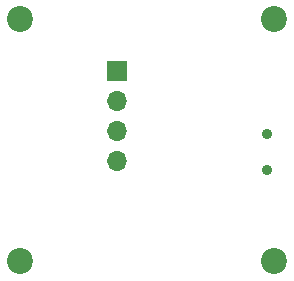
<source format=gbr>
%TF.GenerationSoftware,KiCad,Pcbnew,8.0.5*%
%TF.CreationDate,2024-10-09T18:33:24-04:00*%
%TF.ProjectId,PostureBestICM20948,506f7374-7572-4654-9265-737449434d32,rev?*%
%TF.SameCoordinates,Original*%
%TF.FileFunction,Soldermask,Bot*%
%TF.FilePolarity,Negative*%
%FSLAX46Y46*%
G04 Gerber Fmt 4.6, Leading zero omitted, Abs format (unit mm)*
G04 Created by KiCad (PCBNEW 8.0.5) date 2024-10-09 18:33:24*
%MOMM*%
%LPD*%
G01*
G04 APERTURE LIST*
%ADD10C,2.200000*%
%ADD11C,0.900000*%
%ADD12R,1.700000X1.700000*%
%ADD13O,1.700000X1.700000*%
G04 APERTURE END LIST*
D10*
%TO.C,H2*%
X126100000Y-102500000D03*
%TD*%
%TO.C,H3*%
X104600000Y-102500000D03*
%TD*%
%TO.C,H4*%
X104600000Y-82000000D03*
%TD*%
D11*
%TO.C,SW1*%
X125500000Y-94750000D03*
X125500000Y-91750000D03*
%TD*%
D10*
%TO.C,H1*%
X126100000Y-82000000D03*
%TD*%
D12*
%TO.C,J1*%
X112800000Y-86350000D03*
D13*
X112800000Y-88890000D03*
X112800000Y-91430000D03*
X112800000Y-93970000D03*
%TD*%
M02*

</source>
